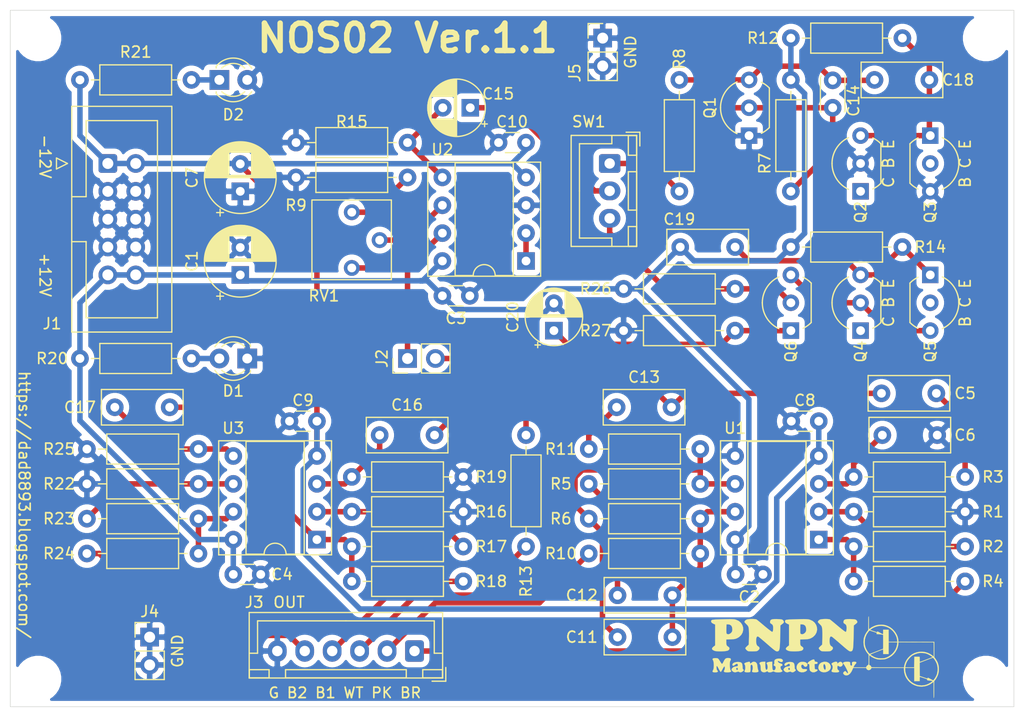
<source format=kicad_pcb>
(kicad_pcb (version 20171130) (host pcbnew "(5.1.10)-1")
  (title_block (title NOS02) (date 2022-02-07) (rev "Ver. 1.1") (company "PNPN Manufactory"))
  (layers (0 F.Cu signal) (31 B.Cu signal) (34 B.Paste user) (35 F.Paste user) (36 B.SilkS user) (37 F.SilkS user) (38 B.Mask user) (39 F.Mask user) (44 Edge.Cuts user))
  (net 0 "")
  (net 1 GND)
  (net 2 +12V)
  (net 3 "Net-(C5-Pad2)")
  (net 4 "Net-(C13-Pad2)")
  (net 5 "Net-(C6-Pad2)")
  (net 6 -12V)
  (net 7 "Net-(C11-Pad2)")
  (net 8 "Net-(C11-Pad1)")
  (net 9 "Net-(C12-Pad2)")
  (net 10 "Net-(C13-Pad1)")
  (net 11 "Net-(C14-Pad2)")
  (net 12 "Net-(C14-Pad1)")
  (net 13 "Net-(C15-Pad2)")
  (net 14 "Net-(C15-Pad1)")
  (net 15 "Net-(C16-Pad1)")
  (net 16 "Net-(C17-Pad2)")
  (net 17 "Net-(C17-Pad1)")
  (net 18 "Net-(D1-Pad2)")
  (net 19 "Net-(J2-Pad1)")
  (net 20 "Net-(J3-Pad5)")
  (net 21 "Net-(J3-Pad4)")
  (net 22 "Net-(J3-Pad3)")
  (net 23 "Net-(J3-Pad2)")
  (net 24 "Net-(J3-Pad1)")
  (net 25 "Net-(R1-Pad1)")
  (net 26 "Net-(R2-Pad1)")
  (net 27 "Net-(R9-Pad1)")
  (net 28 "Net-(R16-Pad1)")
  (net 29 "Net-(R22-Pad1)")
  (net 30 "Net-(R23-Pad1)")
  (net 31 "Net-(RV1-Pad2)")
  (net 32 "Net-(D2-Pad1)")
  (net 33 "Net-(C18-Pad2)")
  (net 34 "Net-(C19-Pad1)")
  (net 35 "Net-(C20-Pad1)")
  (net 36 "Net-(Q2-Pad1)")
  (net 37 "Net-(Q3-Pad2)")
  (net 38 "Net-(Q4-Pad1)")
  (net 39 "Net-(Q4-Pad2)")
  (net 40 "Net-(Q5-Pad2)")
  (net 41 "Net-(Q6-Pad2)")
  (net 42 "Net-(U2-Pad1)")
  (module Connector_PinHeader_2.54mm:PinHeader_1x02_P2.54mm_Vertical (layer F.Cu) (at 133.985 91.44 90)
    (fp_text reference J2 (at 0 -2.33 90) (layer F.SilkS))
    (fp_text value Bridge)
    (pad 2 thru_hole oval (at 0 2.54 90) (size 1.7 1.7) (drill 1) (layers *.Cu *.Mask) (net 4 "Net-(C13-Pad2)"))
    (pad 1 thru_hole rect (at 0 0 90) (size 1.7 1.7) (drill 1) (layers *.Cu *.Mask) (net 19 "Net-(J2-Pad1)"))
  )
  (module myfootprint:Silk_PNPN_Thyristor_1200dpi (layer F.Cu) (at 178.435 118.745)
    (fp_text reference G*** hide)
    (fp_text value LOGO hide)
  )
  (module myfootprint:Silk_PNPN_Manufactory_600dpi (layer F.Cu) (at 168.275 117.475)
    (fp_text reference G*** hide)
    (fp_text value LOGO hide)
  )
  (module Connector_PinHeader_2.54mm:PinHeader_1x02_P2.54mm_Vertical (layer F.Cu) (at 151.765 62.23)
    (fp_text reference J5 (at -2.54 3.175 90) (layer F.SilkS))
    (fp_text value TP_GND)
    (pad 2 thru_hole oval (at 0 2.54) (size 1.7 1.7) (drill 1) (layers *.Cu *.Mask) (net 1 GND))
    (pad 1 thru_hole rect (at 0 0) (size 1.7 1.7) (drill 1) (layers *.Cu *.Mask) (net 1 GND))
  )
  (module Connector_JST:JST_XH_B3B-XH-A_1x03_P2.50mm_Vertical (layer F.Cu) (at 152.4 73.66 270)
    (fp_text reference SW1 (at -3.81 1.905 180) (layer F.SilkS))
    (fp_text value NOS_TYPE)
    (pad 3 thru_hole oval (at 5 0 270) (size 1.7 1.95) (drill 0.95) (layers *.Cu *.Mask) (net 41 "Net-(Q6-Pad2)"))
    (pad 2 thru_hole oval (at 2.5 0 270) (size 1.7 1.95) (drill 0.95) (layers *.Cu *.Mask) (net 14 "Net-(C15-Pad1)"))
    (pad 1 thru_hole roundrect (at 0 0 270) (size 1.7 1.95) (drill 0.95) (layers *.Cu *.Mask) (roundrect_rratio 0.1470588235294118) (net 12 "Net-(C14-Pad1)"))
  )
  (module Resistor_THT:R_Axial_DIN0207_L6.3mm_D2.5mm_P10.16mm_Horizontal (layer F.Cu) (at 163.83 88.9 180)
    (fp_text reference R27 (at 12.7 0) (layer F.SilkS))
    (fp_text value 1k)
    (pad 2 thru_hole oval (at 10.16 0 180) (size 1.6 1.6) (drill 0.8) (layers *.Cu *.Mask) (net 1 GND))
    (pad 1 thru_hole circle (at 0 0 180) (size 1.6 1.6) (drill 0.8) (layers *.Cu *.Mask) (net 35 "Net-(C20-Pad1)"))
  )
  (module Resistor_THT:R_Axial_DIN0207_L6.3mm_D2.5mm_P10.16mm_Horizontal (layer F.Cu) (at 153.67 85.09)
    (fp_text reference R26 (at -2.54 0) (layer F.SilkS))
    (fp_text value 4.7k)
    (pad 2 thru_hole oval (at 10.16 0) (size 1.6 1.6) (drill 0.8) (layers *.Cu *.Mask) (net 41 "Net-(Q6-Pad2)"))
    (pad 1 thru_hole circle (at 0 0) (size 1.6 1.6) (drill 0.8) (layers *.Cu *.Mask) (net 2 +12V))
  )
  (module Resistor_THT:R_Axial_DIN0207_L6.3mm_D2.5mm_P10.16mm_Horizontal (layer F.Cu) (at 168.91 81.28)
    (fp_text reference R14 (at 12.7 0) (layer F.SilkS))
    (fp_text value 680k)
    (pad 2 thru_hole oval (at 10.16 0) (size 1.6 1.6) (drill 0.8) (layers *.Cu *.Mask) (net 34 "Net-(C19-Pad1)"))
    (pad 1 thru_hole circle (at 0 0) (size 1.6 1.6) (drill 0.8) (layers *.Cu *.Mask) (net 2 +12V))
  )
  (module Resistor_THT:R_Axial_DIN0207_L6.3mm_D2.5mm_P10.16mm_Horizontal (layer F.Cu) (at 168.91 62.23)
    (fp_text reference R12 (at -2.54 0) (layer F.SilkS))
    (fp_text value 1M)
    (pad 2 thru_hole oval (at 10.16 0) (size 1.6 1.6) (drill 0.8) (layers *.Cu *.Mask) (net 33 "Net-(C18-Pad2)"))
    (pad 1 thru_hole circle (at 0 0) (size 1.6 1.6) (drill 0.8) (layers *.Cu *.Mask) (net 2 +12V))
  )
  (module Resistor_THT:R_Axial_DIN0207_L6.3mm_D2.5mm_P10.16mm_Horizontal (layer F.Cu) (at 158.75 76.2 90)
    (fp_text reference R8 (at 12.065 0 90) (layer F.SilkS))
    (fp_text value 2.2M)
    (pad 2 thru_hole oval (at 10.16 0 90) (size 1.6 1.6) (drill 0.8) (layers *.Cu *.Mask) (net 11 "Net-(C14-Pad2)"))
    (pad 1 thru_hole circle (at 0 0 90) (size 1.6 1.6) (drill 0.8) (layers *.Cu *.Mask) (net 12 "Net-(C14-Pad1)"))
  )
  (module Resistor_THT:R_Axial_DIN0207_L6.3mm_D2.5mm_P10.16mm_Horizontal (layer F.Cu) (at 168.91 76.2 90)
    (fp_text reference R7 (at 2.54 -2.37 90) (layer F.SilkS))
    (fp_text value 4.7k)
    (pad 2 thru_hole oval (at 10.16 0 90) (size 1.6 1.6) (drill 0.8) (layers *.Cu *.Mask) (net 2 +12V))
    (pad 1 thru_hole circle (at 0 0 90) (size 1.6 1.6) (drill 0.8) (layers *.Cu *.Mask) (net 12 "Net-(C14-Pad1)"))
  )
  (module Package_TO_SOT_THT:TO-92_Inline_Wide (layer F.Cu) (at 168.91 88.9 90)
    (fp_text reference Q6 (at -1.905 0 90) (layer F.SilkS))
    (fp_text value 2SC1815)
    (pad 1 thru_hole rect (at 0 0 90) (size 1.5 1.5) (drill 0.8) (layers *.Cu *.Mask) (net 35 "Net-(C20-Pad1)"))
    (pad 3 thru_hole circle (at 5.08 0 90) (size 1.5 1.5) (drill 0.8) (layers *.Cu *.Mask) (net 39 "Net-(Q4-Pad2)"))
    (pad 2 thru_hole circle (at 2.54 0 90) (size 1.5 1.5) (drill 0.8) (layers *.Cu *.Mask) (net 41 "Net-(Q6-Pad2)"))
  )
  (module Package_TO_SOT_THT:TO-92_Inline_Wide (layer F.Cu) (at 181.61 83.82 270)
    (fp_text reference Q5 (at 6.985 0 90) (layer F.SilkS))
    (fp_text value 2SC1815)
    (pad 1 thru_hole rect (at 0 0 270) (size 1.5 1.5) (drill 0.8) (layers *.Cu *.Mask) (net 34 "Net-(C19-Pad1)"))
    (pad 3 thru_hole circle (at 5.08 0 270) (size 1.5 1.5) (drill 0.8) (layers *.Cu *.Mask) (net 39 "Net-(Q4-Pad2)"))
    (pad 2 thru_hole circle (at 2.54 0 270) (size 1.5 1.5) (drill 0.8) (layers *.Cu *.Mask) (net 40 "Net-(Q5-Pad2)"))
  )
  (module Package_TO_SOT_THT:TO-92_Inline_Wide (layer F.Cu) (at 175.26 88.9 90)
    (fp_text reference Q4 (at -1.905 0 90) (layer F.SilkS))
    (fp_text value BC547)
    (pad 1 thru_hole rect (at 0 0 90) (size 1.5 1.5) (drill 0.8) (layers *.Cu *.Mask) (net 38 "Net-(Q4-Pad1)"))
    (pad 3 thru_hole circle (at 5.08 0 90) (size 1.5 1.5) (drill 0.8) (layers *.Cu *.Mask) (net 34 "Net-(C19-Pad1)"))
    (pad 2 thru_hole circle (at 2.54 0 90) (size 1.5 1.5) (drill 0.8) (layers *.Cu *.Mask) (net 39 "Net-(Q4-Pad2)"))
  )
  (module Package_TO_SOT_THT:TO-92_Inline_Wide (layer F.Cu) (at 181.61 71.12 270)
    (fp_text reference Q3 (at 6.985 0 90) (layer F.SilkS))
    (fp_text value 2SC1815)
    (pad 1 thru_hole rect (at 0 0 270) (size 1.5 1.5) (drill 0.8) (layers *.Cu *.Mask) (net 33 "Net-(C18-Pad2)"))
    (pad 3 thru_hole circle (at 5.08 0 270) (size 1.5 1.5) (drill 0.8) (layers *.Cu *.Mask) (net 1 GND))
    (pad 2 thru_hole circle (at 2.54 0 270) (size 1.5 1.5) (drill 0.8) (layers *.Cu *.Mask) (net 37 "Net-(Q3-Pad2)"))
  )
  (module Package_TO_SOT_THT:TO-92_Inline_Wide (layer F.Cu) (at 175.26 76.2 90)
    (fp_text reference Q2 (at -1.905 0 90) (layer F.SilkS))
    (fp_text value BC547)
    (pad 1 thru_hole rect (at 0 0 90) (size 1.5 1.5) (drill 0.8) (layers *.Cu *.Mask) (net 36 "Net-(Q2-Pad1)"))
    (pad 3 thru_hole circle (at 5.08 0 90) (size 1.5 1.5) (drill 0.8) (layers *.Cu *.Mask) (net 33 "Net-(C18-Pad2)"))
    (pad 2 thru_hole circle (at 2.54 0 90) (size 1.5 1.5) (drill 0.8) (layers *.Cu *.Mask) (net 1 GND))
  )
  (module Package_TO_SOT_THT:TO-92_Inline_Wide (layer F.Cu) (at 165.1 71.12 90)
    (fp_text reference Q1 (at 2.54 -3.56 90) (layer F.SilkS))
    (fp_text value 2SC1815)
    (pad 1 thru_hole rect (at 0 0 90) (size 1.5 1.5) (drill 0.8) (layers *.Cu *.Mask) (net 1 GND))
    (pad 3 thru_hole circle (at 5.08 0 90) (size 1.5 1.5) (drill 0.8) (layers *.Cu *.Mask) (net 11 "Net-(C14-Pad2)"))
    (pad 2 thru_hole circle (at 2.54 0 90) (size 1.5 1.5) (drill 0.8) (layers *.Cu *.Mask) (net 12 "Net-(C14-Pad1)"))
  )
  (module Capacitor_THT:CP_Radial_D5.0mm_P2.50mm (layer F.Cu) (at 147.32 88.9 90)
    (fp_text reference C20 (at 1.25 -3.75 90) (layer F.SilkS))
    (fp_text value 10uF)
    (pad 2 thru_hole circle (at 2.5 0 90) (size 1.6 1.6) (drill 0.8) (layers *.Cu *.Mask) (net 1 GND))
    (pad 1 thru_hole rect (at 0 0 90) (size 1.6 1.6) (drill 0.8) (layers *.Cu *.Mask) (net 35 "Net-(C20-Pad1)"))
  )
  (module Capacitor_THT:C_Rect_L7.2mm_W3.0mm_P5.00mm_FKS2_FKP2_MKS2_MKP2 (layer F.Cu) (at 163.83 81.28 180)
    (fp_text reference C19 (at 5.08 2.54) (layer F.SilkS))
    (fp_text value 0.1uF)
    (pad 2 thru_hole circle (at 5 0 180) (size 1.6 1.6) (drill 0.8) (layers *.Cu *.Mask) (net 2 +12V))
    (pad 1 thru_hole circle (at 0 0 180) (size 1.6 1.6) (drill 0.8) (layers *.Cu *.Mask) (net 34 "Net-(C19-Pad1)"))
  )
  (module Capacitor_THT:C_Rect_L7.2mm_W3.0mm_P5.00mm_FKS2_FKP2_MKS2_MKP2 (layer F.Cu) (at 176.53 66.04)
    (fp_text reference C18 (at 7.62 0) (layer F.SilkS))
    (fp_text value 0.1uF)
    (pad 2 thru_hole circle (at 5 0) (size 1.6 1.6) (drill 0.8) (layers *.Cu *.Mask) (net 33 "Net-(C18-Pad2)"))
    (pad 1 thru_hole circle (at 0 0) (size 1.6 1.6) (drill 0.8) (layers *.Cu *.Mask) (net 11 "Net-(C14-Pad2)"))
  )
  (module Capacitor_THT:CP_Radial_D5.0mm_P2.50mm (layer F.Cu) (at 139.7 68.58 180)
    (fp_text reference C15 (at -2.54 1.27) (layer F.SilkS))
    (fp_text value 10uF)
    (pad 2 thru_hole circle (at 2.5 0 180) (size 1.6 1.6) (drill 0.8) (layers *.Cu *.Mask) (net 13 "Net-(C15-Pad2)"))
    (pad 1 thru_hole rect (at 0 0 180) (size 1.6 1.6) (drill 0.8) (layers *.Cu *.Mask) (net 14 "Net-(C15-Pad1)"))
  )
  (module Capacitor_THT:C_Disc_D3.0mm_W2.0mm_P2.50mm (layer F.Cu) (at 172.72 68.58 90)
    (fp_text reference C14 (at 0.635 1.905 90) (layer F.SilkS))
    (fp_text value 10p)
    (pad 2 thru_hole circle (at 2.5 0 90) (size 1.6 1.6) (drill 0.8) (layers *.Cu *.Mask) (net 11 "Net-(C14-Pad2)"))
    (pad 1 thru_hole circle (at 0 0 90) (size 1.6 1.6) (drill 0.8) (layers *.Cu *.Mask) (net 12 "Net-(C14-Pad1)"))
  )
  (module Package_DIP:DIP-8_W7.62mm_Socket (layer F.Cu) (at 125.73 107.95 180)
    (fp_text reference U3 (at 7.62 10.16) (layer F.SilkS))
    (fp_text value TL072)
    (pad 8 thru_hole oval (at 7.62 0 180) (size 1.6 1.6) (drill 0.8) (layers *.Cu *.Mask) (net 2 +12V))
    (pad 4 thru_hole oval (at 0 7.62 180) (size 1.6 1.6) (drill 0.8) (layers *.Cu *.Mask) (net 6 -12V))
    (pad 7 thru_hole oval (at 7.62 2.54 180) (size 1.6 1.6) (drill 0.8) (layers *.Cu *.Mask) (net 30 "Net-(R23-Pad1)"))
    (pad 3 thru_hole oval (at 0 5.08 180) (size 1.6 1.6) (drill 0.8) (layers *.Cu *.Mask) (net 15 "Net-(C16-Pad1)"))
    (pad 6 thru_hole oval (at 7.62 5.08 180) (size 1.6 1.6) (drill 0.8) (layers *.Cu *.Mask) (net 29 "Net-(R22-Pad1)"))
    (pad 2 thru_hole oval (at 0 2.54 180) (size 1.6 1.6) (drill 0.8) (layers *.Cu *.Mask) (net 28 "Net-(R16-Pad1)"))
    (pad 5 thru_hole oval (at 7.62 7.62 180) (size 1.6 1.6) (drill 0.8) (layers *.Cu *.Mask) (net 17 "Net-(C17-Pad1)"))
    (pad 1 thru_hole rect (at 0 0 180) (size 1.6 1.6) (drill 0.8) (layers *.Cu *.Mask) (net 16 "Net-(C17-Pad2)"))
  )
  (module Package_DIP:DIP-8_W7.62mm_Socket (layer F.Cu) (at 144.78 82.55 180)
    (fp_text reference U2 (at 7.62 10.16) (layer F.SilkS))
    (fp_text value TL072)
    (pad 8 thru_hole oval (at 7.62 0 180) (size 1.6 1.6) (drill 0.8) (layers *.Cu *.Mask) (net 2 +12V))
    (pad 4 thru_hole oval (at 0 7.62 180) (size 1.6 1.6) (drill 0.8) (layers *.Cu *.Mask) (net 6 -12V))
    (pad 7 thru_hole oval (at 7.62 2.54 180) (size 1.6 1.6) (drill 0.8) (layers *.Cu *.Mask) (net 19 "Net-(J2-Pad1)"))
    (pad 3 thru_hole oval (at 0 5.08 180) (size 1.6 1.6) (drill 0.8) (layers *.Cu *.Mask) (net 1 GND))
    (pad 6 thru_hole oval (at 7.62 5.08 180) (size 1.6 1.6) (drill 0.8) (layers *.Cu *.Mask) (net 31 "Net-(RV1-Pad2)"))
    (pad 2 thru_hole oval (at 0 2.54 180) (size 1.6 1.6) (drill 0.8) (layers *.Cu *.Mask) (net 42 "Net-(U2-Pad1)"))
    (pad 5 thru_hole oval (at 7.62 7.62 180) (size 1.6 1.6) (drill 0.8) (layers *.Cu *.Mask) (net 13 "Net-(C15-Pad2)"))
    (pad 1 thru_hole rect (at 0 0 180) (size 1.6 1.6) (drill 0.8) (layers *.Cu *.Mask) (net 42 "Net-(U2-Pad1)"))
  )
  (module MountingHole:MountingHole_3.2mm_M3 (layer F.Cu) (at 186.69 120.65)
    (fp_text reference H4)
    (fp_text value MountingHole)
    (pad 1 np_thru_hole circle (at 0 0) (size 3.2 3.2) (drill 3.2) (layers *.Cu *.Mask))
  )
  (module MountingHole:MountingHole_3.2mm_M3 (layer F.Cu) (at 186.69 62.23)
    (fp_text reference H3)
    (fp_text value MountingHole)
    (pad 1 np_thru_hole circle (at 0 0) (size 3.2 3.2) (drill 3.2) (layers *.Cu *.Mask))
  )
  (module MountingHole:MountingHole_3.2mm_M3 (layer F.Cu) (at 100.33 120.65)
    (fp_text reference H2)
    (fp_text value MountingHole)
    (pad 1 np_thru_hole circle (at 0 0) (size 3.2 3.2) (drill 3.2) (layers *.Cu *.Mask))
  )
  (module MountingHole:MountingHole_3.2mm_M3 (layer F.Cu) (at 100.33 62.23)
    (fp_text reference H1)
    (fp_text value MountingHole)
    (pad 1 np_thru_hole circle (at 0 0) (size 3.2 3.2) (drill 3.2) (layers *.Cu *.Mask))
  )
  (module Capacitor_THT:C_Rect_L7.2mm_W3.0mm_P5.00mm_FKS2_FKP2_MKS2_MKP2 (layer F.Cu) (at 182.245 98.425 180)
    (fp_text reference C6 (at -2.54 0) (layer F.SilkS))
    (fp_text value 0.1u)
    (pad 2 thru_hole circle (at 5 0 180) (size 1.6 1.6) (drill 0.8) (layers *.Cu *.Mask) (net 5 "Net-(C6-Pad2)"))
    (pad 1 thru_hole circle (at 0 0 180) (size 1.6 1.6) (drill 0.8) (layers *.Cu *.Mask) (net 1 GND))
  )
  (module Package_DIP:DIP-8_W7.62mm_Socket (layer F.Cu) (at 171.45 107.95 180)
    (fp_text reference U1 (at 7.62 10.16) (layer F.SilkS))
    (fp_text value TL072)
    (pad 8 thru_hole oval (at 7.62 0 180) (size 1.6 1.6) (drill 0.8) (layers *.Cu *.Mask) (net 2 +12V))
    (pad 4 thru_hole oval (at 0 7.62 180) (size 1.6 1.6) (drill 0.8) (layers *.Cu *.Mask) (net 6 -12V))
    (pad 7 thru_hole oval (at 7.62 2.54 180) (size 1.6 1.6) (drill 0.8) (layers *.Cu *.Mask) (net 8 "Net-(C11-Pad1)"))
    (pad 3 thru_hole oval (at 0 5.08 180) (size 1.6 1.6) (drill 0.8) (layers *.Cu *.Mask) (net 5 "Net-(C6-Pad2)"))
    (pad 6 thru_hole oval (at 7.62 5.08 180) (size 1.6 1.6) (drill 0.8) (layers *.Cu *.Mask) (net 7 "Net-(C11-Pad2)"))
    (pad 2 thru_hole oval (at 0 2.54 180) (size 1.6 1.6) (drill 0.8) (layers *.Cu *.Mask) (net 25 "Net-(R1-Pad1)"))
    (pad 5 thru_hole oval (at 7.62 7.62 180) (size 1.6 1.6) (drill 0.8) (layers *.Cu *.Mask) (net 1 GND))
    (pad 1 thru_hole rect (at 0 0 180) (size 1.6 1.6) (drill 0.8) (layers *.Cu *.Mask) (net 26 "Net-(R2-Pad1)"))
  )
  (module myfootprint:Potentiometer_Bourns_3362P_Vertical (layer F.Cu) (at 128.905 83.185)
    (fp_text reference RV1 (at -2.54 2.54) (layer F.SilkS))
    (fp_text value 100k)
    (pad 3 thru_hole circle (at 0 0) (size 1.44 1.44) (drill 0.8) (layers *.Cu *.Mask) (net 19 "Net-(J2-Pad1)"))
    (pad 2 thru_hole circle (at 2.54 -2.54) (size 1.44 1.44) (drill 0.8) (layers *.Cu *.Mask) (net 31 "Net-(RV1-Pad2)"))
    (pad 1 thru_hole circle (at 0 -5.08) (size 1.44 1.44) (drill 0.8) (layers *.Cu *.Mask) (net 27 "Net-(R9-Pad1)"))
  )
  (module Resistor_THT:R_Axial_DIN0207_L6.3mm_D2.5mm_P10.16mm_Horizontal (layer F.Cu) (at 104.775 99.695)
    (fp_text reference R25 (at -2.54 0) (layer F.SilkS))
    (fp_text value 1k)
    (pad 2 thru_hole oval (at 10.16 0) (size 1.6 1.6) (drill 0.8) (layers *.Cu *.Mask) (net 17 "Net-(C17-Pad1)"))
    (pad 1 thru_hole circle (at 0 0) (size 1.6 1.6) (drill 0.8) (layers *.Cu *.Mask) (net 1 GND))
  )
  (module Resistor_THT:R_Axial_DIN0207_L6.3mm_D2.5mm_P10.16mm_Horizontal (layer F.Cu) (at 104.775 109.22)
    (fp_text reference R24 (at -2.54 0) (layer F.SilkS))
    (fp_text value 1k)
    (pad 2 thru_hole oval (at 10.16 0) (size 1.6 1.6) (drill 0.8) (layers *.Cu *.Mask) (net 30 "Net-(R23-Pad1)"))
    (pad 1 thru_hole circle (at 0 0) (size 1.6 1.6) (drill 0.8) (layers *.Cu *.Mask) (net 20 "Net-(J3-Pad5)"))
  )
  (module Resistor_THT:R_Axial_DIN0207_L6.3mm_D2.5mm_P10.16mm_Horizontal (layer F.Cu) (at 114.935 106.045 180)
    (fp_text reference R23 (at 12.7 0) (layer F.SilkS))
    (fp_text value 15k)
    (pad 2 thru_hole oval (at 10.16 0 180) (size 1.6 1.6) (drill 0.8) (layers *.Cu *.Mask) (net 29 "Net-(R22-Pad1)"))
    (pad 1 thru_hole circle (at 0 0 180) (size 1.6 1.6) (drill 0.8) (layers *.Cu *.Mask) (net 30 "Net-(R23-Pad1)"))
  )
  (module Resistor_THT:R_Axial_DIN0207_L6.3mm_D2.5mm_P10.16mm_Horizontal (layer F.Cu) (at 114.935 102.87 180)
    (fp_text reference R22 (at 12.7 0) (layer F.SilkS))
    (fp_text value 10k)
    (pad 2 thru_hole oval (at 10.16 0 180) (size 1.6 1.6) (drill 0.8) (layers *.Cu *.Mask) (net 1 GND))
    (pad 1 thru_hole circle (at 0 0 180) (size 1.6 1.6) (drill 0.8) (layers *.Cu *.Mask) (net 29 "Net-(R22-Pad1)"))
  )
  (module Resistor_THT:R_Axial_DIN0207_L6.3mm_D2.5mm_P10.16mm_Horizontal (layer F.Cu) (at 114.3 66.04 180)
    (fp_text reference R21 (at 5.08 2.54) (layer F.SilkS))
    (fp_text value 4.7k)
    (pad 2 thru_hole oval (at 10.16 0 180) (size 1.6 1.6) (drill 0.8) (layers *.Cu *.Mask) (net 6 -12V))
    (pad 1 thru_hole circle (at 0 0 180) (size 1.6 1.6) (drill 0.8) (layers *.Cu *.Mask) (net 32 "Net-(D2-Pad1)"))
  )
  (module Resistor_THT:R_Axial_DIN0207_L6.3mm_D2.5mm_P10.16mm_Horizontal (layer F.Cu) (at 104.14 91.44)
    (fp_text reference R20 (at -2.54 0) (layer F.SilkS))
    (fp_text value 4.7k)
    (pad 2 thru_hole oval (at 10.16 0) (size 1.6 1.6) (drill 0.8) (layers *.Cu *.Mask) (net 18 "Net-(D1-Pad2)"))
    (pad 1 thru_hole circle (at 0 0) (size 1.6 1.6) (drill 0.8) (layers *.Cu *.Mask) (net 2 +12V))
  )
  (module Resistor_THT:R_Axial_DIN0207_L6.3mm_D2.5mm_P10.16mm_Horizontal (layer F.Cu) (at 139.065 102.235 180)
    (fp_text reference R19 (at -2.54 0) (layer F.SilkS))
    (fp_text value 1k)
    (pad 2 thru_hole oval (at 10.16 0 180) (size 1.6 1.6) (drill 0.8) (layers *.Cu *.Mask) (net 15 "Net-(C16-Pad1)"))
    (pad 1 thru_hole circle (at 0 0 180) (size 1.6 1.6) (drill 0.8) (layers *.Cu *.Mask) (net 1 GND))
  )
  (module Resistor_THT:R_Axial_DIN0207_L6.3mm_D2.5mm_P10.16mm_Horizontal (layer F.Cu) (at 139.065 111.76 180)
    (fp_text reference R18 (at -2.54 0) (layer F.SilkS))
    (fp_text value 1k)
    (pad 2 thru_hole oval (at 10.16 0 180) (size 1.6 1.6) (drill 0.8) (layers *.Cu *.Mask) (net 16 "Net-(C17-Pad2)"))
    (pad 1 thru_hole circle (at 0 0 180) (size 1.6 1.6) (drill 0.8) (layers *.Cu *.Mask) (net 21 "Net-(J3-Pad4)"))
  )
  (module Resistor_THT:R_Axial_DIN0207_L6.3mm_D2.5mm_P10.16mm_Horizontal (layer F.Cu) (at 128.905 108.585)
    (fp_text reference R17 (at 12.7 0) (layer F.SilkS))
    (fp_text value 22k)
    (pad 2 thru_hole oval (at 10.16 0) (size 1.6 1.6) (drill 0.8) (layers *.Cu *.Mask) (net 28 "Net-(R16-Pad1)"))
    (pad 1 thru_hole circle (at 0 0) (size 1.6 1.6) (drill 0.8) (layers *.Cu *.Mask) (net 16 "Net-(C17-Pad2)"))
  )
  (module Resistor_THT:R_Axial_DIN0207_L6.3mm_D2.5mm_P10.16mm_Horizontal (layer F.Cu) (at 128.905 105.41)
    (fp_text reference R16 (at 12.7 0) (layer F.SilkS))
    (fp_text value 10k)
    (pad 2 thru_hole oval (at 10.16 0) (size 1.6 1.6) (drill 0.8) (layers *.Cu *.Mask) (net 1 GND))
    (pad 1 thru_hole circle (at 0 0) (size 1.6 1.6) (drill 0.8) (layers *.Cu *.Mask) (net 28 "Net-(R16-Pad1)"))
  )
  (module Resistor_THT:R_Axial_DIN0207_L6.3mm_D2.5mm_P10.16mm_Horizontal (layer F.Cu) (at 133.985 71.755 180)
    (fp_text reference R15 (at 5.08 1.905) (layer F.SilkS))
    (fp_text value 100k)
    (pad 2 thru_hole oval (at 10.16 0 180) (size 1.6 1.6) (drill 0.8) (layers *.Cu *.Mask) (net 1 GND))
    (pad 1 thru_hole circle (at 0 0 180) (size 1.6 1.6) (drill 0.8) (layers *.Cu *.Mask) (net 13 "Net-(C15-Pad2)"))
  )
  (module Resistor_THT:R_Axial_DIN0207_L6.3mm_D2.5mm_P10.16mm_Horizontal (layer F.Cu) (at 144.78 108.585 90)
    (fp_text reference R13 (at -3.175 0 90) (layer F.SilkS))
    (fp_text value 1k)
    (pad 2 thru_hole oval (at 10.16 0 90) (size 1.6 1.6) (drill 0.8) (layers *.Cu *.Mask) (net 4 "Net-(C13-Pad2)"))
    (pad 1 thru_hole circle (at 0 0 90) (size 1.6 1.6) (drill 0.8) (layers *.Cu *.Mask) (net 22 "Net-(J3-Pad3)"))
  )
  (module Resistor_THT:R_Axial_DIN0207_L6.3mm_D2.5mm_P10.16mm_Horizontal (layer F.Cu) (at 160.655 99.695 180)
    (fp_text reference R11 (at 12.7 0) (layer F.SilkS))
    (fp_text value 100k)
    (pad 2 thru_hole oval (at 10.16 0 180) (size 1.6 1.6) (drill 0.8) (layers *.Cu *.Mask) (net 10 "Net-(C13-Pad1)"))
    (pad 1 thru_hole circle (at 0 0 180) (size 1.6 1.6) (drill 0.8) (layers *.Cu *.Mask) (net 7 "Net-(C11-Pad2)"))
  )
  (module Resistor_THT:R_Axial_DIN0207_L6.3mm_D2.5mm_P10.16mm_Horizontal (layer F.Cu) (at 150.495 109.22)
    (fp_text reference R10 (at -2.54 0) (layer F.SilkS))
    (fp_text value 1k)
    (pad 2 thru_hole oval (at 10.16 0) (size 1.6 1.6) (drill 0.8) (layers *.Cu *.Mask) (net 8 "Net-(C11-Pad1)"))
    (pad 1 thru_hole circle (at 0 0) (size 1.6 1.6) (drill 0.8) (layers *.Cu *.Mask) (net 23 "Net-(J3-Pad2)"))
  )
  (module Resistor_THT:R_Axial_DIN0207_L6.3mm_D2.5mm_P10.16mm_Horizontal (layer F.Cu) (at 133.985 74.93 180)
    (fp_text reference R9 (at 10.16 -2.54) (layer F.SilkS))
    (fp_text value "4.7k(C&T)")
    (pad 2 thru_hole oval (at 10.16 0 180) (size 1.6 1.6) (drill 0.8) (layers *.Cu *.Mask) (net 1 GND))
    (pad 1 thru_hole circle (at 0 0 180) (size 1.6 1.6) (drill 0.8) (layers *.Cu *.Mask) (net 27 "Net-(R9-Pad1)"))
  )
  (module Resistor_THT:R_Axial_DIN0207_L6.3mm_D2.5mm_P10.16mm_Horizontal (layer F.Cu) (at 160.655 106.045 180)
    (fp_text reference R6 (at 12.7 0) (layer F.SilkS))
    (fp_text value 1M)
    (pad 2 thru_hole oval (at 10.16 0 180) (size 1.6 1.6) (drill 0.8) (layers *.Cu *.Mask) (net 7 "Net-(C11-Pad2)"))
    (pad 1 thru_hole circle (at 0 0 180) (size 1.6 1.6) (drill 0.8) (layers *.Cu *.Mask) (net 8 "Net-(C11-Pad1)"))
  )
  (module Resistor_THT:R_Axial_DIN0207_L6.3mm_D2.5mm_P10.16mm_Horizontal (layer F.Cu) (at 150.495 102.87)
    (fp_text reference R5 (at -2.54 0) (layer F.SilkS))
    (fp_text value 33k)
    (pad 2 thru_hole oval (at 10.16 0) (size 1.6 1.6) (drill 0.8) (layers *.Cu *.Mask) (net 7 "Net-(C11-Pad2)"))
    (pad 1 thru_hole circle (at 0 0) (size 1.6 1.6) (drill 0.8) (layers *.Cu *.Mask) (net 9 "Net-(C12-Pad2)"))
  )
  (module Resistor_THT:R_Axial_DIN0207_L6.3mm_D2.5mm_P10.16mm_Horizontal (layer F.Cu) (at 184.785 111.76 180)
    (fp_text reference R4 (at -2.54 0) (layer F.SilkS))
    (fp_text value 1k)
    (pad 2 thru_hole oval (at 10.16 0 180) (size 1.6 1.6) (drill 0.8) (layers *.Cu *.Mask) (net 26 "Net-(R2-Pad1)"))
    (pad 1 thru_hole circle (at 0 0 180) (size 1.6 1.6) (drill 0.8) (layers *.Cu *.Mask) (net 24 "Net-(J3-Pad1)"))
  )
  (module Resistor_THT:R_Axial_DIN0207_L6.3mm_D2.5mm_P10.16mm_Horizontal (layer F.Cu) (at 174.625 102.235)
    (fp_text reference R3 (at 12.7 0) (layer F.SilkS))
    (fp_text value 10k)
    (pad 2 thru_hole oval (at 10.16 0) (size 1.6 1.6) (drill 0.8) (layers *.Cu *.Mask) (net 3 "Net-(C5-Pad2)"))
    (pad 1 thru_hole circle (at 0 0) (size 1.6 1.6) (drill 0.8) (layers *.Cu *.Mask) (net 5 "Net-(C6-Pad2)"))
  )
  (module Resistor_THT:R_Axial_DIN0207_L6.3mm_D2.5mm_P10.16mm_Horizontal (layer F.Cu) (at 174.625 108.585)
    (fp_text reference R2 (at 12.7 0) (layer F.SilkS))
    (fp_text value 100k)
    (pad 2 thru_hole oval (at 10.16 0) (size 1.6 1.6) (drill 0.8) (layers *.Cu *.Mask) (net 25 "Net-(R1-Pad1)"))
    (pad 1 thru_hole circle (at 0 0) (size 1.6 1.6) (drill 0.8) (layers *.Cu *.Mask) (net 26 "Net-(R2-Pad1)"))
  )
  (module Resistor_THT:R_Axial_DIN0207_L6.3mm_D2.5mm_P10.16mm_Horizontal (layer F.Cu) (at 174.625 105.41)
    (fp_text reference R1 (at 12.7 0) (layer F.SilkS))
    (fp_text value 10k)
    (pad 2 thru_hole oval (at 10.16 0) (size 1.6 1.6) (drill 0.8) (layers *.Cu *.Mask) (net 1 GND))
    (pad 1 thru_hole circle (at 0 0) (size 1.6 1.6) (drill 0.8) (layers *.Cu *.Mask) (net 25 "Net-(R1-Pad1)"))
  )
  (module Connector_PinHeader_2.54mm:PinHeader_1x02_P2.54mm_Vertical (layer F.Cu) (at 110.49 116.84)
    (fp_text reference J4 (at 0 -2.33) (layer F.SilkS))
    (fp_text value TP_GND)
    (pad 2 thru_hole oval (at 0 2.54) (size 1.7 1.7) (drill 1) (layers *.Cu *.Mask) (net 1 GND))
    (pad 1 thru_hole rect (at 0 0) (size 1.7 1.7) (drill 1) (layers *.Cu *.Mask) (net 1 GND))
  )
  (module Connector_JST:JST_XH_B6B-XH-A_1x06_P2.50mm_Vertical (layer F.Cu) (at 134.62 118.11 180)
    (fp_text reference J3 (at 14.605 4.445) (layer F.SilkS))
    (fp_text value OUT)
    (pad 6 thru_hole oval (at 12.5 0 180) (size 1.7 1.95) (drill 0.95) (layers *.Cu *.Mask) (net 1 GND))
    (pad 5 thru_hole oval (at 10 0 180) (size 1.7 1.95) (drill 0.95) (layers *.Cu *.Mask) (net 20 "Net-(J3-Pad5)"))
    (pad 4 thru_hole oval (at 7.5 0 180) (size 1.7 1.95) (drill 0.95) (layers *.Cu *.Mask) (net 21 "Net-(J3-Pad4)"))
    (pad 3 thru_hole oval (at 5 0 180) (size 1.7 1.95) (drill 0.95) (layers *.Cu *.Mask) (net 22 "Net-(J3-Pad3)"))
    (pad 2 thru_hole oval (at 2.5 0 180) (size 1.7 1.95) (drill 0.95) (layers *.Cu *.Mask) (net 23 "Net-(J3-Pad2)"))
    (pad 1 thru_hole roundrect (at 0 0 180) (size 1.7 1.95) (drill 0.95) (layers *.Cu *.Mask) (roundrect_rratio 0.1470588235294118) (net 24 "Net-(J3-Pad1)"))
  )
  (module Connector_IDC:IDC-Header_2x05_P2.54mm_Vertical (layer F.Cu) (at 106.68 73.66)
    (fp_text reference J1 (at -5.08 14.605 180) (layer F.SilkS))
    (fp_text value ERK_PWR)
    (pad 10 thru_hole circle (at 2.54 10.16) (size 1.7 1.7) (drill 1) (layers *.Cu *.Mask) (net 2 +12V))
    (pad 8 thru_hole circle (at 2.54 7.62) (size 1.7 1.7) (drill 1) (layers *.Cu *.Mask) (net 1 GND))
    (pad 6 thru_hole circle (at 2.54 5.08) (size 1.7 1.7) (drill 1) (layers *.Cu *.Mask) (net 1 GND))
    (pad 4 thru_hole circle (at 2.54 2.54) (size 1.7 1.7) (drill 1) (layers *.Cu *.Mask) (net 1 GND))
    (pad 2 thru_hole circle (at 2.54 0) (size 1.7 1.7) (drill 1) (layers *.Cu *.Mask) (net 6 -12V))
    (pad 9 thru_hole circle (at 0 10.16) (size 1.7 1.7) (drill 1) (layers *.Cu *.Mask) (net 2 +12V))
    (pad 7 thru_hole circle (at 0 7.62) (size 1.7 1.7) (drill 1) (layers *.Cu *.Mask) (net 1 GND))
    (pad 5 thru_hole circle (at 0 5.08) (size 1.7 1.7) (drill 1) (layers *.Cu *.Mask) (net 1 GND))
    (pad 3 thru_hole circle (at 0 2.54) (size 1.7 1.7) (drill 1) (layers *.Cu *.Mask) (net 1 GND))
    (pad 1 thru_hole roundrect (at 0 0) (size 1.7 1.7) (drill 1) (layers *.Cu *.Mask) (roundrect_rratio 0.1470588235294118) (net 6 -12V))
  )
  (module LED_THT:LED_D3.0mm (layer F.Cu) (at 116.84 66.04)
    (fp_text reference D2 (at 1.27 3.175) (layer F.SilkS))
    (fp_text value BLUE)
    (pad 2 thru_hole circle (at 2.54 0) (size 1.8 1.8) (drill 0.9) (layers *.Cu *.Mask) (net 1 GND))
    (pad 1 thru_hole rect (at 0 0) (size 1.8 1.8) (drill 0.9) (layers *.Cu *.Mask) (net 32 "Net-(D2-Pad1)"))
  )
  (module LED_THT:LED_D3.0mm (layer F.Cu) (at 119.38 91.44 180)
    (fp_text reference D1 (at 1.27 -2.96) (layer F.SilkS))
    (fp_text value RED)
    (pad 2 thru_hole circle (at 2.54 0 180) (size 1.8 1.8) (drill 0.9) (layers *.Cu *.Mask) (net 18 "Net-(D1-Pad2)"))
    (pad 1 thru_hole rect (at 0 0 180) (size 1.8 1.8) (drill 0.9) (layers *.Cu *.Mask) (net 1 GND))
  )
  (module Capacitor_THT:C_Rect_L7.2mm_W3.0mm_P5.00mm_FKS2_FKP2_MKS2_MKP2 (layer F.Cu) (at 107.315 95.885)
    (fp_text reference C17 (at -3.175 0) (layer F.SilkS))
    (fp_text value 0.01u)
    (pad 2 thru_hole circle (at 5 0) (size 1.6 1.6) (drill 0.8) (layers *.Cu *.Mask) (net 16 "Net-(C17-Pad2)"))
    (pad 1 thru_hole circle (at 0 0) (size 1.6 1.6) (drill 0.8) (layers *.Cu *.Mask) (net 17 "Net-(C17-Pad1)"))
  )
  (module Capacitor_THT:C_Rect_L7.2mm_W3.0mm_P5.00mm_FKS2_FKP2_MKS2_MKP2 (layer F.Cu) (at 131.445 98.425)
    (fp_text reference C16 (at 2.5 -2.75) (layer F.SilkS))
    (fp_text value 0.1u)
    (pad 2 thru_hole circle (at 5 0) (size 1.6 1.6) (drill 0.8) (layers *.Cu *.Mask) (net 4 "Net-(C13-Pad2)"))
    (pad 1 thru_hole circle (at 0 0) (size 1.6 1.6) (drill 0.8) (layers *.Cu *.Mask) (net 15 "Net-(C16-Pad1)"))
  )
  (module Capacitor_THT:C_Rect_L7.2mm_W3.0mm_P5.00mm_FKS2_FKP2_MKS2_MKP2 (layer F.Cu) (at 153.035 95.885)
    (fp_text reference C13 (at 2.5 -2.75) (layer F.SilkS))
    (fp_text value 0.1u)
    (pad 2 thru_hole circle (at 5 0) (size 1.6 1.6) (drill 0.8) (layers *.Cu *.Mask) (net 4 "Net-(C13-Pad2)"))
    (pad 1 thru_hole circle (at 0 0) (size 1.6 1.6) (drill 0.8) (layers *.Cu *.Mask) (net 10 "Net-(C13-Pad1)"))
  )
  (module Capacitor_THT:C_Rect_L7.2mm_W3.0mm_P5.00mm_FKS2_FKP2_MKS2_MKP2 (layer F.Cu) (at 158.115 113.03 180)
    (fp_text reference C12 (at 8.255 0) (layer F.SilkS))
    (fp_text value 0.01u)
    (pad 2 thru_hole circle (at 5 0 180) (size 1.6 1.6) (drill 0.8) (layers *.Cu *.Mask) (net 9 "Net-(C12-Pad2)"))
    (pad 1 thru_hole circle (at 0 0 180) (size 1.6 1.6) (drill 0.8) (layers *.Cu *.Mask) (net 8 "Net-(C11-Pad1)"))
  )
  (module Capacitor_THT:C_Rect_L7.2mm_W3.0mm_P5.00mm_FKS2_FKP2_MKS2_MKP2 (layer F.Cu) (at 158.115 116.84 180)
    (fp_text reference C11 (at 8.255 0) (layer F.SilkS))
    (fp_text value 0.001u)
    (pad 2 thru_hole circle (at 5 0 180) (size 1.6 1.6) (drill 0.8) (layers *.Cu *.Mask) (net 7 "Net-(C11-Pad2)"))
    (pad 1 thru_hole circle (at 0 0 180) (size 1.6 1.6) (drill 0.8) (layers *.Cu *.Mask) (net 8 "Net-(C11-Pad1)"))
  )
  (module Capacitor_THT:C_Disc_D3.0mm_W1.6mm_P2.50mm (layer F.Cu) (at 144.78 71.755 180)
    (fp_text reference C10 (at 1.27 1.905) (layer F.SilkS))
    (fp_text value 0.1u)
    (pad 2 thru_hole circle (at 2.5 0 180) (size 1.6 1.6) (drill 0.8) (layers *.Cu *.Mask) (net 1 GND))
    (pad 1 thru_hole circle (at 0 0 180) (size 1.6 1.6) (drill 0.8) (layers *.Cu *.Mask) (net 6 -12V))
  )
  (module Capacitor_THT:C_Disc_D3.0mm_W1.6mm_P2.50mm (layer F.Cu) (at 125.73 97.155 180)
    (fp_text reference C9 (at 1.27 1.905) (layer F.SilkS))
    (fp_text value 0.1u)
    (pad 2 thru_hole circle (at 2.5 0 180) (size 1.6 1.6) (drill 0.8) (layers *.Cu *.Mask) (net 1 GND))
    (pad 1 thru_hole circle (at 0 0 180) (size 1.6 1.6) (drill 0.8) (layers *.Cu *.Mask) (net 6 -12V))
  )
  (module Capacitor_THT:C_Disc_D3.0mm_W1.6mm_P2.50mm (layer F.Cu) (at 171.45 97.155 180)
    (fp_text reference C8 (at 1.27 1.905) (layer F.SilkS))
    (fp_text value 0.1u)
    (pad 2 thru_hole circle (at 2.5 0 180) (size 1.6 1.6) (drill 0.8) (layers *.Cu *.Mask) (net 1 GND))
    (pad 1 thru_hole circle (at 0 0 180) (size 1.6 1.6) (drill 0.8) (layers *.Cu *.Mask) (net 6 -12V))
  )
  (module Capacitor_THT:CP_Radial_D6.3mm_P2.50mm (layer F.Cu) (at 118.745 76.2 90)
    (fp_text reference C7 (at 1.25 -4.4 90) (layer F.SilkS))
    (fp_text value 100u)
    (pad 2 thru_hole circle (at 2.5 0 90) (size 1.6 1.6) (drill 0.8) (layers *.Cu *.Mask) (net 6 -12V))
    (pad 1 thru_hole rect (at 0 0 90) (size 1.6 1.6) (drill 0.8) (layers *.Cu *.Mask) (net 1 GND))
  )
  (module Capacitor_THT:C_Rect_L7.2mm_W3.0mm_P5.00mm_FKS2_FKP2_MKS2_MKP2 (layer F.Cu) (at 177.165 94.615)
    (fp_text reference C5 (at 7.62 0) (layer F.SilkS))
    (fp_text value 0.1u)
    (pad 2 thru_hole circle (at 5 0) (size 1.6 1.6) (drill 0.8) (layers *.Cu *.Mask) (net 3 "Net-(C5-Pad2)"))
    (pad 1 thru_hole circle (at 0 0) (size 1.6 1.6) (drill 0.8) (layers *.Cu *.Mask) (net 4 "Net-(C13-Pad2)"))
  )
  (module Capacitor_THT:C_Disc_D3.0mm_W1.6mm_P2.50mm (layer F.Cu) (at 120.61 111.125 180)
    (fp_text reference C4 (at -1.945 0) (layer F.SilkS))
    (fp_text value 0.1u)
    (pad 2 thru_hole circle (at 2.5 0 180) (size 1.6 1.6) (drill 0.8) (layers *.Cu *.Mask) (net 2 +12V))
    (pad 1 thru_hole circle (at 0 0 180) (size 1.6 1.6) (drill 0.8) (layers *.Cu *.Mask) (net 1 GND))
  )
  (module Capacitor_THT:C_Disc_D3.0mm_W1.6mm_P2.50mm (layer F.Cu) (at 139.66 85.725 180)
    (fp_text reference C3 (at 1.25 -2.05) (layer F.SilkS))
    (fp_text value 0.1u)
    (pad 2 thru_hole circle (at 2.5 0 180) (size 1.6 1.6) (drill 0.8) (layers *.Cu *.Mask) (net 2 +12V))
    (pad 1 thru_hole circle (at 0 0 180) (size 1.6 1.6) (drill 0.8) (layers *.Cu *.Mask) (net 1 GND))
  )
  (module Capacitor_THT:C_Disc_D3.0mm_W1.6mm_P2.50mm (layer F.Cu) (at 166.37 111.125 180)
    (fp_text reference C2 (at 1.25 -2.05) (layer F.SilkS))
    (fp_text value 0.1u)
    (pad 2 thru_hole circle (at 2.5 0 180) (size 1.6 1.6) (drill 0.8) (layers *.Cu *.Mask) (net 2 +12V))
    (pad 1 thru_hole circle (at 0 0 180) (size 1.6 1.6) (drill 0.8) (layers *.Cu *.Mask) (net 1 GND))
  )
  (module Capacitor_THT:CP_Radial_D6.3mm_P2.50mm (layer F.Cu) (at 118.745 83.82 90)
    (fp_text reference C1 (at 1.25 -4.4 90) (layer F.SilkS))
    (fp_text value 100u)
    (pad 2 thru_hole circle (at 2.5 0 90) (size 1.6 1.6) (drill 0.8) (layers *.Cu *.Mask) (net 1 GND))
    (pad 1 thru_hole rect (at 0 0 90) (size 1.6 1.6) (drill 0.8) (layers *.Cu *.Mask) (net 2 +12V))
  )
  (gr_text https://dad8893.blogspot.com/ (at 99.06 104.775 270) (layer F.SilkS) (effects (font (size 1 1))))
  (gr_text "B C E" (at 184.785 73.66 90) (layer F.SilkS) (effects (font (size 1 1))))
  (gr_text "C B E" (at 177.8 73.66 90) (layer F.SilkS) (effects (font (size 1 1))))
  (gr_text "B C E" (at 184.785 86.36 90) (layer F.SilkS) (effects (font (size 1 1))))
  (gr_text "C B E" (at 177.8 86.36 90) (layer F.SilkS) (effects (font (size 1 1))))
  (gr_text GND (at 154.305 63.5 90) (layer F.SilkS) (effects (font (size 1 1))))
  (gr_text OUT (at 123.19 113.665) (layer F.SilkS) (effects (font (size 1 1))))
  (gr_text +12V (at 100.965 83.82 270) (layer F.SilkS) (effects (font (size 1 1))))
  (gr_text -12V (at 100.965 73.025 270) (layer F.SilkS) (effects (font (size 1 1))))
  (gr_text GND (at 113.03 118.11 90) (layer F.SilkS) (effects (font (size 1 1))))
  (gr_text "G B2 B1 WT PK BR" (at 128.27 121.92) (layer F.SilkS) (effects (font (size 0.95 0.95))))
  (gr_text "NOS02 Ver.1.1" (at 133.985 62.23) (layer F.SilkS) (effects (font (size 2.5 2.5) (thickness 0.5))))
  (gr_line (start 97.79 123.19) (end 97.79 59.69) (layer Edge.Cuts) (width 0.05))
  (gr_line (start 189.23 123.19) (end 97.79 123.19) (layer Edge.Cuts) (width 0.05))
  (gr_line (start 189.23 59.69) (end 189.23 123.19) (layer Edge.Cuts) (width 0.05))
  (gr_line (start 97.79 59.69) (end 189.23 59.69) (layer Edge.Cuts) (width 0.05))
  (segment (start 106.68 83.82) (end 109.22 83.82) (width 0.5) (layer B.Cu) (net 2))
  (segment (start 109.22 83.82) (end 118.745 83.82) (width 0.5) (layer B.Cu) (net 2))
  (segment (start 118.11 111.125) (end 118.11 107.95) (width 0.5) (layer B.Cu) (net 2))
  (segment (start 135.790001 84.355001) (end 137.16 85.725) (width 0.5) (layer B.Cu) (net 2))
  (segment (start 163.83 111.085) (end 163.87 111.125) (width 0.5) (layer B.Cu) (net 2))
  (segment (start 163.83 107.95) (end 163.83 111.085) (width 0.5) (layer B.Cu) (net 2))
  (segment (start 118.745 83.82) (end 119.280001 84.355001) (width 0.5) (layer B.Cu) (net 2))
  (segment (start 104.14 86.36) (end 106.68 83.82) (width 0.5) (layer B.Cu) (net 2))
  (segment (start 104.14 91.44) (end 104.14 86.36) (width 0.5) (layer B.Cu) (net 2))
  (segment (start 146.779998 85.09) (end 153.67 85.09) (width 0.5) (layer B.Cu) (net 2))
  (segment (start 144.894997 86.975001) (end 146.779998 85.09) (width 0.5) (layer B.Cu) (net 2))
  (segment (start 138.410001 86.975001) (end 144.894997 86.975001) (width 0.5) (layer B.Cu) (net 2))
  (segment (start 137.16 85.725) (end 138.410001 86.975001) (width 0.5) (layer B.Cu) (net 2))
  (segment (start 155.02 85.09) (end 158.83 81.28) (width 0.5) (layer B.Cu) (net 2))
  (segment (start 153.67 85.09) (end 155.02 85.09) (width 0.5) (layer B.Cu) (net 2))
  (segment (start 167.659999 82.530001) (end 168.91 81.28) (width 0.5) (layer B.Cu) (net 2))
  (segment (start 160.080001 82.530001) (end 167.659999 82.530001) (width 0.5) (layer B.Cu) (net 2))
  (segment (start 158.83 81.28) (end 160.080001 82.530001) (width 0.5) (layer B.Cu) (net 2))
  (segment (start 170.160001 80.029999) (end 170.160001 67.290001) (width 0.5) (layer B.Cu) (net 2))
  (segment (start 170.160001 67.290001) (end 168.91 66.04) (width 0.5) (layer B.Cu) (net 2))
  (segment (start 168.91 81.28) (end 170.160001 80.029999) (width 0.5) (layer B.Cu) (net 2))
  (segment (start 168.91 62.23) (end 168.91 66.04) (width 0.5) (layer B.Cu) (net 2))
  (segment (start 165.080001 95.150001) (end 155.02 85.09) (width 0.5) (layer B.Cu) (net 2))
  (segment (start 165.080001 106.699999) (end 165.080001 95.150001) (width 0.5) (layer B.Cu) (net 2))
  (segment (start 163.83 107.95) (end 165.080001 106.699999) (width 0.5) (layer B.Cu) (net 2))
  (segment (start 104.14 97.100002) (end 104.14 91.44) (width 0.5) (layer B.Cu) (net 2))
  (segment (start 114.989998 107.95) (end 104.14 97.100002) (width 0.5) (layer B.Cu) (net 2))
  (segment (start 118.11 107.95) (end 114.989998 107.95) (width 0.5) (layer B.Cu) (net 2))
  (segment (start 135.354999 84.355001) (end 135.155001 84.355001) (width 0.5) (layer B.Cu) (net 2))
  (segment (start 137.16 82.55) (end 135.354999 84.355001) (width 0.5) (layer B.Cu) (net 2))
  (segment (start 135.155001 84.355001) (end 135.790001 84.355001) (width 0.5) (layer B.Cu) (net 2))
  (segment (start 119.280001 84.355001) (end 135.155001 84.355001) (width 0.5) (layer B.Cu) (net 2))
  (segment (start 184.785 97.235) (end 182.165 94.615) (width 0.5) (layer F.Cu) (net 3))
  (segment (start 184.785 102.235) (end 184.785 97.235) (width 0.5) (layer F.Cu) (net 3))
  (segment (start 144.78 93.345) (end 144.78 98.425) (width 0.5) (layer F.Cu) (net 4))
  (segment (start 155.495 93.345) (end 144.78 93.345) (width 0.5) (layer F.Cu) (net 4))
  (segment (start 158.035 95.885) (end 155.495 93.345) (width 0.5) (layer F.Cu) (net 4))
  (segment (start 159.305 94.615) (end 158.035 95.885) (width 0.5) (layer F.Cu) (net 4))
  (segment (start 177.165 94.615) (end 159.305 94.615) (width 0.5) (layer F.Cu) (net 4))
  (segment (start 141.525 93.345) (end 136.445 98.425) (width 0.5) (layer F.Cu) (net 4))
  (segment (start 144.78 93.345) (end 141.525 93.345) (width 0.5) (layer F.Cu) (net 4))
  (segment (start 139.62 91.44) (end 141.525 93.345) (width 0.5) (layer F.Cu) (net 4))
  (segment (start 136.525 91.44) (end 139.62 91.44) (width 0.5) (layer F.Cu) (net 4))
  (segment (start 173.99 102.87) (end 174.625 102.235) (width 0.5) (layer F.Cu) (net 5))
  (segment (start 171.45 102.87) (end 173.99 102.87) (width 0.5) (layer F.Cu) (net 5))
  (segment (start 174.625 101.045) (end 177.245 98.425) (width 0.5) (layer F.Cu) (net 5))
  (segment (start 174.625 102.235) (end 174.625 101.045) (width 0.5) (layer F.Cu) (net 5))
  (segment (start 106.68 73.66) (end 109.22 73.66) (width 0.5) (layer B.Cu) (net 6))
  (segment (start 118.705 73.66) (end 118.745 73.7) (width 0.5) (layer B.Cu) (net 6))
  (segment (start 109.22 73.66) (end 118.705 73.66) (width 0.5) (layer B.Cu) (net 6))
  (segment (start 171.45 100.33) (end 171.45 97.155) (width 0.5) (layer B.Cu) (net 6))
  (segment (start 125.73 97.155) (end 125.73 100.33) (width 0.5) (layer B.Cu) (net 6))
  (segment (start 118.745 73.789998) (end 118.745 73.7) (width 0.5) (layer F.Cu) (net 6))
  (segment (start 125.73 80.774998) (end 118.745 73.789998) (width 0.5) (layer F.Cu) (net 6))
  (segment (start 125.73 99.695) (end 125.73 80.774998) (width 0.5) (layer F.Cu) (net 6))
  (segment (start 104.14 71.12) (end 106.68 73.66) (width 0.5) (layer B.Cu) (net 6))
  (segment (start 104.14 66.04) (end 104.14 71.12) (width 0.5) (layer B.Cu) (net 6))
  (segment (start 143.529999 73.679999) (end 144.78 74.93) (width 0.5) (layer B.Cu) (net 6))
  (segment (start 118.765001 73.679999) (end 143.529999 73.679999) (width 0.5) (layer B.Cu) (net 6))
  (segment (start 118.745 73.7) (end 118.765001 73.679999) (width 0.5) (layer B.Cu) (net 6))
  (segment (start 124.479999 101.580001) (end 125.73 100.33) (width 0.5) (layer B.Cu) (net 6))
  (segment (start 124.479999 109.110001) (end 124.479999 101.580001) (width 0.5) (layer B.Cu) (net 6))
  (segment (start 165.065001 114.280001) (end 129.649999 114.280001) (width 0.5) (layer B.Cu) (net 6))
  (segment (start 167.620001 111.725001) (end 165.065001 114.280001) (width 0.5) (layer B.Cu) (net 6))
  (segment (start 167.620001 104.159999) (end 167.620001 111.725001) (width 0.5) (layer B.Cu) (net 6))
  (segment (start 129.649999 114.280001) (end 124.479999 109.110001) (width 0.5) (layer B.Cu) (net 6))
  (segment (start 171.45 100.33) (end 167.620001 104.159999) (width 0.5) (layer B.Cu) (net 6))
  (segment (start 143.529999 73.679999) (end 143.529999 73.640001) (width 0.5) (layer B.Cu) (net 6))
  (segment (start 144.78 72.39) (end 144.78 71.755) (width 0.5) (layer B.Cu) (net 6))
  (segment (start 143.529999 73.640001) (end 144.78 72.39) (width 0.5) (layer B.Cu) (net 6))
  (segment (start 151.745001 115.470001) (end 151.745001 107.295001) (width 0.5) (layer F.Cu) (net 7))
  (segment (start 153.115 116.84) (end 151.745001 115.470001) (width 0.5) (layer F.Cu) (net 7))
  (segment (start 163.83 102.87) (end 160.655 102.87) (width 0.5) (layer F.Cu) (net 7))
  (segment (start 151.745001 107.295001) (end 150.495 106.045) (width 0.5) (layer F.Cu) (net 7))
  (segment (start 149.914998 101.6) (end 160.655 101.6) (width 0.5) (layer F.Cu) (net 7))
  (segment (start 149.244999 104.794999) (end 149.244999 102.269999) (width 0.5) (layer F.Cu) (net 7))
  (segment (start 150.495 106.045) (end 149.244999 104.794999) (width 0.5) (layer F.Cu) (net 7))
  (segment (start 149.244999 102.269999) (end 149.914998 101.6) (width 0.5) (layer F.Cu) (net 7))
  (segment (start 160.655 101.6) (end 160.655 102.87) (width 0.5) (layer F.Cu) (net 7))
  (segment (start 160.655 99.695) (end 160.655 101.6) (width 0.5) (layer F.Cu) (net 7))
  (segment (start 158.115 113.03) (end 158.115 116.84) (width 0.5) (layer F.Cu) (net 8))
  (segment (start 160.655 110.49) (end 158.115 113.03) (width 0.5) (layer F.Cu) (net 8))
  (segment (start 160.655 109.22) (end 160.655 110.49) (width 0.5) (layer F.Cu) (net 8))
  (segment (start 160.655 106.045) (end 160.655 109.22) (width 0.5) (layer F.Cu) (net 8))
  (segment (start 161.29 105.41) (end 160.655 106.045) (width 0.5) (layer F.Cu) (net 8))
  (segment (start 163.83 105.41) (end 161.29 105.41) (width 0.5) (layer F.Cu) (net 8))
  (segment (start 153.115 105.49) (end 150.495 102.87) (width 0.5) (layer F.Cu) (net 9))
  (segment (start 153.115 113.03) (end 153.115 105.49) (width 0.5) (layer F.Cu) (net 9))
  (segment (start 150.495 98.425) (end 153.035 95.885) (width 0.5) (layer F.Cu) (net 10))
  (segment (start 150.495 99.695) (end 150.495 98.425) (width 0.5) (layer F.Cu) (net 10))
  (segment (start 158.75 66.04) (end 165.1 66.04) (width 0.5) (layer F.Cu) (net 11))
  (segment (start 171.429999 64.789999) (end 172.72 66.08) (width 0.5) (layer F.Cu) (net 11))
  (segment (start 166.350001 64.789999) (end 171.429999 64.789999) (width 0.5) (layer F.Cu) (net 11))
  (segment (start 165.1 66.04) (end 166.350001 64.789999) (width 0.5) (layer F.Cu) (net 11))
  (segment (start 176.49 66.08) (end 176.53 66.04) (width 0.5) (layer F.Cu) (net 11))
  (segment (start 172.72 66.08) (end 176.49 66.08) (width 0.5) (layer F.Cu) (net 11))
  (segment (start 156.21 73.66) (end 158.75 76.2) (width 0.5) (layer F.Cu) (net 12))
  (segment (start 152.4 73.66) (end 156.21 73.66) (width 0.5) (layer F.Cu) (net 12))
  (segment (start 161.29 68.58) (end 156.21 73.66) (width 0.5) (layer F.Cu) (net 12))
  (segment (start 165.1 68.58) (end 161.29 68.58) (width 0.5) (layer F.Cu) (net 12))
  (segment (start 165.1 68.58) (end 172.72 68.58) (width 0.5) (layer F.Cu) (net 12))
  (segment (start 172.72 72.39) (end 168.91 76.2) (width 0.5) (layer F.Cu) (net 12))
  (segment (start 172.72 68.58) (end 172.72 72.39) (width 0.5) (layer F.Cu) (net 12))
  (segment (start 133.985 71.755) (end 137.16 74.93) (width 0.5) (layer F.Cu) (net 13))
  (segment (start 134.025 71.755) (end 137.2 68.58) (width 0.5) (layer F.Cu) (net 13))
  (segment (start 133.985 71.755) (end 134.025 71.755) (width 0.5) (layer F.Cu) (net 13))
  (segment (start 151.035002 76.16) (end 152.4 76.16) (width 0.5) (layer F.Cu) (net 14))
  (segment (start 143.455002 68.58) (end 151.035002 76.16) (width 0.5) (layer F.Cu) (net 14))
  (segment (start 139.7 68.58) (end 143.455002 68.58) (width 0.5) (layer F.Cu) (net 14))
  (segment (start 128.27 102.87) (end 128.905 102.235) (width 0.5) (layer F.Cu) (net 15))
  (segment (start 125.73 102.87) (end 128.27 102.87) (width 0.5) (layer F.Cu) (net 15))
  (segment (start 131.445 99.695) (end 128.905 102.235) (width 0.5) (layer F.Cu) (net 15))
  (segment (start 131.445 98.425) (end 131.445 99.695) (width 0.5) (layer F.Cu) (net 15))
  (segment (start 128.27 107.95) (end 128.905 108.585) (width 0.5) (layer F.Cu) (net 16))
  (segment (start 125.73 107.95) (end 128.27 107.95) (width 0.5) (layer F.Cu) (net 16))
  (segment (start 128.905 108.585) (end 128.905 111.76) (width 0.5) (layer F.Cu) (net 16))
  (segment (start 118.745 95.885) (end 112.315 95.885) (width 0.5) (layer F.Cu) (net 16))
  (segment (start 121.285 98.425) (end 118.745 95.885) (width 0.5) (layer F.Cu) (net 16))
  (segment (start 121.285 103.505) (end 121.285 98.425) (width 0.5) (layer F.Cu) (net 16))
  (segment (start 125.73 107.95) (end 121.285 103.505) (width 0.5) (layer F.Cu) (net 16))
  (segment (start 117.475 99.695) (end 118.11 100.33) (width 0.5) (layer F.Cu) (net 17))
  (segment (start 114.935 99.695) (end 117.475 99.695) (width 0.5) (layer F.Cu) (net 17))
  (segment (start 111.125 99.695) (end 107.315 95.885) (width 0.5) (layer F.Cu) (net 17))
  (segment (start 114.935 99.695) (end 111.125 99.695) (width 0.5) (layer F.Cu) (net 17))
  (segment (start 114.3 91.44) (end 116.84 91.44) (width 0.5) (layer B.Cu) (net 18))
  (segment (start 133.985 83.185) (end 137.16 80.01) (width 0.5) (layer F.Cu) (net 19))
  (segment (start 128.905 83.185) (end 133.985 83.185) (width 0.5) (layer F.Cu) (net 19))
  (segment (start 133.985 91.44) (end 133.985 83.185) (width 0.5) (layer F.Cu) (net 19))
  (segment (start 123.19499 116.68499) (end 124.62 118.11) (width 0.5) (layer F.Cu) (net 20))
  (segment (start 113.37136 116.68499) (end 123.19499 116.68499) (width 0.5) (layer F.Cu) (net 20))
  (segment (start 105.90637 109.22) (end 113.37136 116.68499) (width 0.5) (layer F.Cu) (net 20))
  (segment (start 104.775 109.22) (end 105.90637 109.22) (width 0.5) (layer F.Cu) (net 20))
  (segment (start 133.47 111.76) (end 139.065 111.76) (width 0.5) (layer F.Cu) (net 21))
  (segment (start 127.12 118.11) (end 133.47 111.76) (width 0.5) (layer F.Cu) (net 21))
  (segment (start 144.86 108.665) (end 144.78 108.585) (width 0.5) (layer F.Cu) (net 22))
  (segment (start 140.354999 113.010001) (end 144.78 108.585) (width 0.5) (layer F.Cu) (net 22))
  (segment (start 134.719999 113.010001) (end 140.354999 113.010001) (width 0.5) (layer F.Cu) (net 22))
  (segment (start 129.62 118.11) (end 134.719999 113.010001) (width 0.5) (layer F.Cu) (net 22))
  (segment (start 146.004989 113.710011) (end 150.495 109.22) (width 0.5) (layer F.Cu) (net 23))
  (segment (start 136.519989 113.710011) (end 146.004989 113.710011) (width 0.5) (layer F.Cu) (net 23))
  (segment (start 132.12 118.11) (end 136.519989 113.710011) (width 0.5) (layer F.Cu) (net 23))
  (segment (start 178.435 118.11) (end 184.785 111.76) (width 0.5) (layer F.Cu) (net 24))
  (segment (start 134.62 118.11) (end 178.435 118.11) (width 0.5) (layer F.Cu) (net 24))
  (segment (start 171.45 105.41) (end 174.625 105.41) (width 0.5) (layer F.Cu) (net 25))
  (segment (start 177.8 108.585) (end 174.625 105.41) (width 0.5) (layer F.Cu) (net 25))
  (segment (start 184.785 108.585) (end 177.8 108.585) (width 0.5) (layer F.Cu) (net 25))
  (segment (start 173.99 107.95) (end 174.625 108.585) (width 0.5) (layer F.Cu) (net 26))
  (segment (start 171.45 107.95) (end 173.99 107.95) (width 0.5) (layer F.Cu) (net 26))
  (segment (start 174.625 108.585) (end 174.625 111.76) (width 0.5) (layer F.Cu) (net 26))
  (segment (start 130.81 78.105) (end 133.985 74.93) (width 0.5) (layer F.Cu) (net 27))
  (segment (start 128.905 78.105) (end 130.81 78.105) (width 0.5) (layer F.Cu) (net 27))
  (segment (start 125.73 105.41) (end 128.905 105.41) (width 0.5) (layer F.Cu) (net 28))
  (segment (start 135.89 105.41) (end 139.065 108.585) (width 0.5) (layer F.Cu) (net 28))
  (segment (start 128.905 105.41) (end 135.89 105.41) (width 0.5) (layer F.Cu) (net 28))
  (segment (start 114.935 102.87) (end 118.11 102.87) (width 0.5) (layer F.Cu) (net 29))
  (segment (start 107.95 102.87) (end 104.775 106.045) (width 0.5) (layer F.Cu) (net 29))
  (segment (start 114.935 102.87) (end 107.95 102.87) (width 0.5) (layer F.Cu) (net 29))
  (segment (start 117.475 106.045) (end 118.11 105.41) (width 0.5) (layer F.Cu) (net 30))
  (segment (start 114.935 106.045) (end 117.475 106.045) (width 0.5) (layer F.Cu) (net 30))
  (segment (start 114.935 106.045) (end 114.935 109.22) (width 0.5) (layer F.Cu) (net 30))
  (segment (start 133.985 80.645) (end 137.16 77.47) (width 0.5) (layer F.Cu) (net 31))
  (segment (start 131.445 80.645) (end 133.985 80.645) (width 0.5) (layer F.Cu) (net 31))
  (segment (start 114.3 66.04) (end 116.84 66.04) (width 0.5) (layer B.Cu) (net 32))
  (segment (start 175.26 71.12) (end 181.61 71.12) (width 0.5) (layer F.Cu) (net 33))
  (segment (start 181.53 71.04) (end 181.61 71.12) (width 0.5) (layer F.Cu) (net 33))
  (segment (start 181.53 66.04) (end 181.53 71.04) (width 0.5) (layer F.Cu) (net 33))
  (segment (start 181.53 64.69) (end 179.07 62.23) (width 0.5) (layer F.Cu) (net 33))
  (segment (start 181.53 66.04) (end 181.53 64.69) (width 0.5) (layer F.Cu) (net 33))
  (segment (start 173.970001 82.530001) (end 175.26 83.82) (width 0.5) (layer F.Cu) (net 34))
  (segment (start 165.080001 82.530001) (end 173.970001 82.530001) (width 0.5) (layer F.Cu) (net 34))
  (segment (start 163.83 81.28) (end 165.080001 82.530001) (width 0.5) (layer F.Cu) (net 34))
  (segment (start 176.53 83.82) (end 179.07 81.28) (width 0.5) (layer F.Cu) (net 34))
  (segment (start 175.26 83.82) (end 176.53 83.82) (width 0.5) (layer F.Cu) (net 34))
  (segment (start 179.07 81.28) (end 181.61 83.82) (width 0.5) (layer F.Cu) (net 34))
  (segment (start 162.579999 90.150001) (end 163.83 88.9) (width 0.5) (layer F.Cu) (net 35))
  (segment (start 148.570001 90.150001) (end 162.579999 90.150001) (width 0.5) (layer F.Cu) (net 35))
  (segment (start 147.32 88.9) (end 148.570001 90.150001) (width 0.5) (layer F.Cu) (net 35))
  (segment (start 163.83 88.9) (end 168.91 88.9) (width 0.5) (layer F.Cu) (net 35))
  (segment (start 177.8 88.9) (end 175.26 86.36) (width 0.5) (layer F.Cu) (net 39))
  (segment (start 181.61 88.9) (end 177.8 88.9) (width 0.5) (layer F.Cu) (net 39))
  (segment (start 171.45 86.36) (end 168.91 83.82) (width 0.5) (layer F.Cu) (net 39))
  (segment (start 175.26 86.36) (end 171.45 86.36) (width 0.5) (layer F.Cu) (net 39))
  (segment (start 157.48 85.09) (end 163.83 85.09) (width 0.5) (layer F.Cu) (net 41))
  (segment (start 152.4 80.01) (end 157.48 85.09) (width 0.5) (layer F.Cu) (net 41))
  (segment (start 152.4 78.66) (end 152.4 80.01) (width 0.5) (layer F.Cu) (net 41))
  (segment (start 167.64 85.09) (end 168.91 86.36) (width 0.5) (layer F.Cu) (net 41))
  (segment (start 163.83 85.09) (end 167.64 85.09) (width 0.5) (layer F.Cu) (net 41))
  (segment (start 144.78 80.01) (end 144.78 82.55) (width 0.5) (layer F.Cu) (net 42))
  (zone (net 1) (net_name GND) (layer B.Cu) (connect_pads (clearance 0.508)) (min_thickness 0.254) (fill yes (arc_segments 32) (thermal_gap 0.508) (thermal_bridge_width 0.508))
    (polygon (pts (xy 189.23 123.19) (xy 97.79 123.19) (xy 97.79 59.69) (xy 189.23 59.69)))
  )
)
</source>
